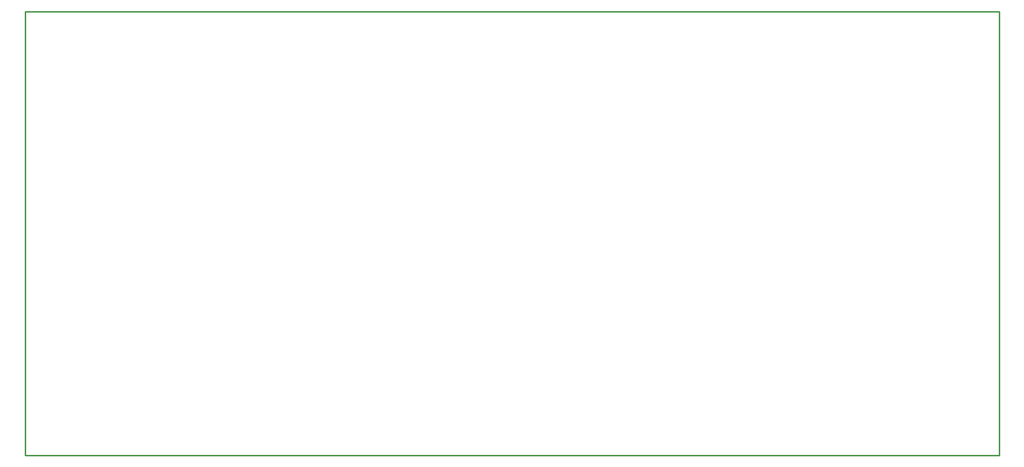
<source format=gko>
G04*
G04 #@! TF.GenerationSoftware,Altium Limited,Altium Designer,21.7.1 (17)*
G04*
G04 Layer_Color=16711935*
%FSLAX44Y44*%
%MOMM*%
G71*
G04*
G04 #@! TF.SameCoordinates,6DA6EFF2-A010-467E-8A55-43E705FB17ED*
G04*
G04*
G04 #@! TF.FilePolarity,Positive*
G04*
G01*
G75*
%ADD12C,0.2540*%
D12*
X-0Y775000D02*
X1700000D01*
X-0Y0D02*
X1700000D01*
X-0D02*
Y775000D01*
X1700000Y0D02*
Y775000D01*
M02*

</source>
